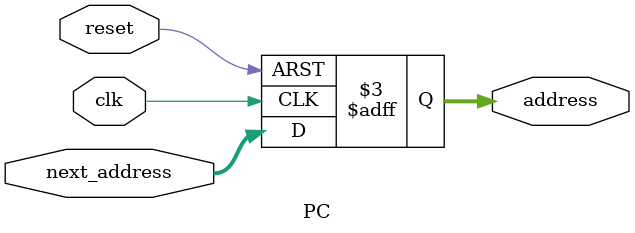
<source format=v>
`timescale 1ns / 1ps


module PC(
	input clk,
	input reset,
	input [31:0] next_address,
	
	output reg [31:0] address = 0
    );
    
    always @(posedge clk, posedge reset) begin
    	if (reset) address <= 0;
    	else address <= next_address;
    end
    
endmodule

</source>
